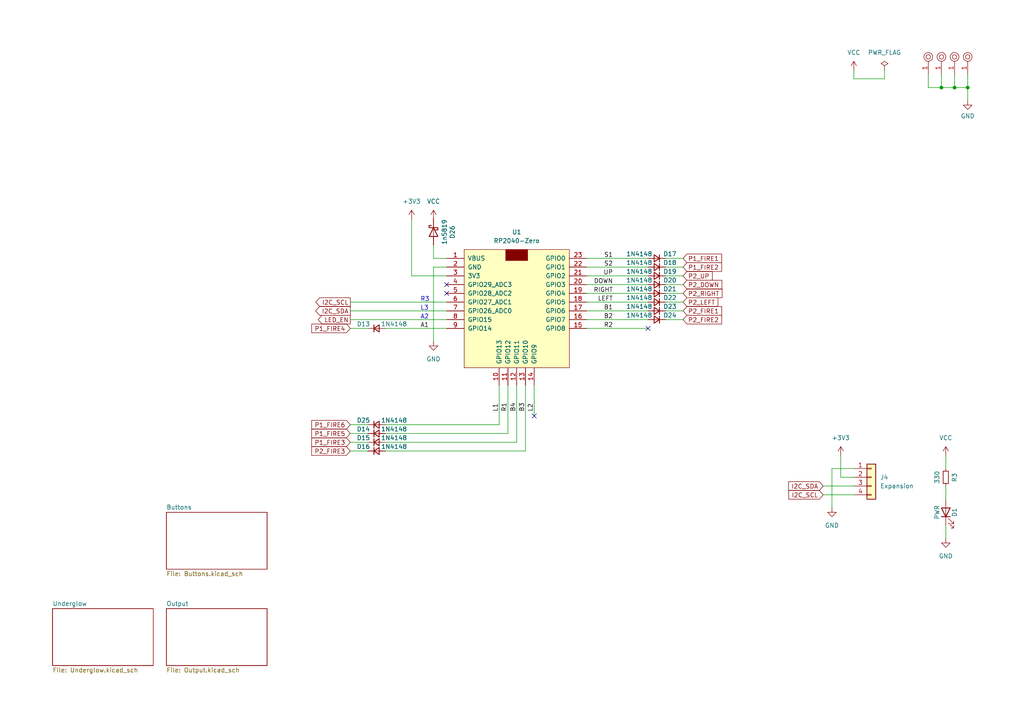
<source format=kicad_sch>
(kicad_sch (version 20231120) (generator "eeschema") (generator_version "8.0")
  (paper "A4")
  (title_block (title "C64 JoyKEY 2040") (rev "A") (comment 3 "that was still being actively hyped. The 2040 version is based on the GP2040-firmware.") (comment 4 "The original PC layout as a controller, for those of us who remember Quake as something"))
  (lib_symbols
    (symbol "Connector_Generic:Conn_01x04" (pin_names (offset 1.016) hide)
      (property "Reference" "J" (at 0 5.08 0))
      (property "Value" "Conn_01x04" (at 0 -7.62 0))
      (symbol "Conn_01x04_1_1"
        (rectangle (start -1.27 -4.953) (end 0 -5.207) (stroke (width 0.1524)))
        (rectangle (start -1.27 -2.413) (end 0 -2.667) (stroke (width 0.1524)))
        (rectangle (start -1.27 0.127) (end 0 -0.127) (stroke (width 0.1524)))
        (rectangle (start -1.27 2.667) (end 0 2.413) (stroke (width 0.1524)))
        (rectangle (start -1.27 3.81) (end 1.27 -6.35) (stroke (width 0.254)) (fill (type background)))
        (pin passive line (at -5.08 2.54 0) (length 3.81) (name "Pin_1") (number "1"))
        (pin passive line (at -5.08 0 0) (length 3.81) (name "Pin_2") (number "2"))
        (pin passive line (at -5.08 -2.54 0) (length 3.81) (name "Pin_3") (number "3"))
        (pin passive line (at -5.08 -5.08 0) (length 3.81) (name "Pin_4") (number "4"))
      )
    )
    (symbol "Device:D_Small" (pin_numbers hide) (pin_names (offset 0.254) hide)
      (property "Reference" "D" (at -1.27 2.032 0))
      (property "Value" "D_Small" (at -3.81 -2.032 0))
      (symbol "D_Small_0_1"
        (polyline (pts (xy -0.762 -1.016) (xy -0.762 1.016)) (stroke (width 0.254)))
        (polyline (pts (xy -0.762 0) (xy 0.762 0)))
        (polyline (pts (xy 0.762 -1.016) (xy -0.762 0) (xy 0.762 1.016) (xy 0.762 -1.016)) (stroke (width 0.254)))
      )
      (symbol "D_Small_1_1"
        (pin passive line (at -2.54 0 0) (length 1.778) (name "K") (number "1"))
        (pin passive line (at 2.54 0 180) (length 1.778) (name "A") (number "2"))
      )
    )
    (symbol "Device:LED" (pin_numbers hide) (pin_names (offset 1.016) hide)
      (property "Reference" "D" (at 0 2.54 0))
      (property "Value" "LED" (at 0 -2.54 0))
      (symbol "LED_0_1"
        (polyline (pts (xy -1.27 -1.27) (xy -1.27 1.27)) (stroke (width 0.254)))
        (polyline (pts (xy -1.27 0) (xy 1.27 0)))
        (polyline (pts (xy 1.27 -1.27) (xy 1.27 1.27) (xy -1.27 0) (xy 1.27 -1.27)) (stroke (width 0.254)))
        (polyline (pts (xy -3.048 -0.762) (xy -4.572 -2.286) (xy -3.81 -2.286) (xy -4.572 -2.286) (xy -4.572 -1.524)))
        (polyline (pts (xy -1.778 -0.762) (xy -3.302 -2.286) (xy -2.54 -2.286) (xy -3.302 -2.286) (xy -3.302 -1.524)))
      )
      (symbol "LED_1_1"
        (pin passive line (at -3.81 0 0) (length 2.54) (name "K") (number "1"))
        (pin passive line (at 3.81 0 180) (length 2.54) (name "A") (number "2"))
      )
    )
    (symbol "Device:R_Small" (pin_numbers hide) (pin_names (offset 0.254) hide)
      (property "Reference" "R" (at 0.762 0.508 0))
      (property "Value" "R_Small" (at 0.762 -1.016 0))
      (symbol "R_Small_0_1"
        (rectangle (start -0.762 1.778) (end 0.762 -1.778) (stroke (width 0.2032)))
      )
      (symbol "R_Small_1_1"
        (pin passive line (at 0 2.54 270) (length 0.762) (name "~") (number "1"))
        (pin passive line (at 0 -2.54 90) (length 0.762) (name "~") (number "2"))
      )
    )
    (symbol "Diode:1N5819" (pin_numbers hide) (pin_names (offset 1.016) hide)
      (property "Reference" "D" (at 0 2.54 0))
      (property "Value" "1N5819" (at 0 -2.54 0))
      (symbol "1N5819_0_1"
        (polyline (pts (xy 1.27 0) (xy -1.27 0)))
        (polyline (pts (xy 1.27 1.27) (xy 1.27 -1.27) (xy -1.27 0) (xy 1.27 1.27)) (stroke (width 0.254)))
        (polyline (pts (xy -1.905 0.635) (xy -1.905 1.27) (xy -1.27 1.27) (xy -1.27 -1.27) (xy -0.635 -1.27) (xy -0.635 -0.635)) (stroke (width 0.254)))
      )
      (symbol "1N5819_1_1"
        (pin passive line (at -3.81 0 0) (length 2.54) (name "K") (number "1"))
        (pin passive line (at 3.81 0 180) (length 2.54) (name "A") (number "2"))
      )
    )
    (symbol "mounting:Mounting_Pin" (pin_names (offset 1.016) hide)
      (symbol "Mounting_Pin_0_1"
        (circle (center 0 0) (radius 0.635))
        (circle (center 0 0) (radius 1.27))
      )
      (symbol "Mounting_Pin_1_1"
        (pin power_in line (at -5.08 0 0) (length 3.81) (name "Pin_1") (number "1"))
      )
    )
    (symbol "pi_pico:RP2040-Zero" (pin_names (offset 1.016))
      (property "Reference" "U" (at -13.97 27.94 0))
      (property "Value" "RP2040-Zero" (at 0 21.336 0))
      (symbol "RP2040-Zero_0_1"
        (rectangle (start -15.24 26.67) (end 15.24 -7.62) (fill (type background)))
      )
      (symbol "RP2040-Zero_1_1"
        (rectangle (start -3.175 26.67) (end 3.175 23.495) (fill (type outline)))
        (pin power_out line (at -20.32 24.13 0) (length 5.08) (name "VBUS") (number "1"))
        (pin bidirectional line (at -5.08 -12.7 90) (length 5.08) (name "GPIO13") (number "10"))
        (pin bidirectional line (at -2.54 -12.7 90) (length 5.08) (name "GPIO12") (number "11"))
        (pin bidirectional line (at 0 -12.7 90) (length 5.08) (name "GPIO11") (number "12"))
        (pin bidirectional line (at 2.54 -12.7 90) (length 5.08) (name "GPIO10") (number "13"))
        (pin bidirectional line (at 5.08 -12.7 90) (length 5.08) (name "GPIO9") (number "14"))
        (pin bidirectional line (at 20.32 3.81 180) (length 5.08) (name "GPIO8") (number "15"))
        (pin bidirectional line (at 20.32 6.35 180) (length 5.08) (name "GPIO7") (number "16"))
        (pin bidirectional line (at 20.32 8.89 180) (length 5.08) (name "GPIO6") (number "17"))
        (pin bidirectional line (at 20.32 11.43 180) (length 5.08) (name "GPIO5") (number "18"))
        (pin bidirectional line (at 20.32 13.97 180) (length 5.08) (name "GPIO4") (number "19"))
        (pin power_in line (at -20.32 21.59 0) (length 5.08) (name "GND") (number "2"))
        (pin bidirectional line (at 20.32 16.51 180) (length 5.08) (name "GPIO3") (number "20"))
        (pin bidirectional line (at 20.32 19.05 180) (length 5.08) (name "GPIO2") (number "21"))
        (pin bidirectional line (at 20.32 21.59 180) (length 5.08) (name "GPIO1") (number "22"))
        (pin bidirectional line (at 20.32 24.13 180) (length 5.08) (name "GPIO0") (number "23"))
        (pin power_out line (at -20.32 19.05 0) (length 5.08) (name "3V3") (number "3"))
        (pin bidirectional line (at -20.32 16.51 0) (length 5.08) (name "GPIO29_ADC3") (number "4"))
        (pin bidirectional line (at -20.32 13.97 0) (length 5.08) (name "GPIO28_ADC2") (number "5"))
        (pin bidirectional line (at -20.32 11.43 0) (length 5.08) (name "GPIO27_ADC1") (number "6"))
        (pin bidirectional line (at -20.32 8.89 0) (length 5.08) (name "GPIO26_ADC0") (number "7"))
        (pin bidirectional line (at -20.32 6.35 0) (length 5.08) (name "GPIO15") (number "8"))
        (pin bidirectional line (at -20.32 3.81 0) (length 5.08) (name "GPIO14") (number "9"))
      )
    )
    (symbol "power:+3V3" (power) (pin_numbers hide) (pin_names (offset 0) hide)
      (property "Value" "+3V3" (at 0 3.556 0))
      (symbol "+3V3_0_1"
        (polyline (pts (xy -0.762 1.27) (xy 0 2.54)))
        (polyline (pts (xy 0 0) (xy 0 2.54)))
        (polyline (pts (xy 0 2.54) (xy 0.762 1.27)))
      )
      (symbol "+3V3_1_1"
        (pin power_in line (at 0 0 90) (length 0) (name "~") (number "1"))
      )
    )
    (symbol "power:GND" (power) (pin_numbers hide) (pin_names (offset 0) hide)
      (property "Value" "GND" (at 0 -3.81 0))
      (symbol "GND_0_1"
        (polyline (pts (xy 0 0) (xy 0 -1.27) (xy 1.27 -1.27) (xy 0 -2.54) (xy -1.27 -1.27) (xy 0 -1.27)))
      )
      (symbol "GND_1_1"
        (pin power_in line (at 0 0 270) (length 0) (name "~") (number "1"))
      )
    )
    (symbol "power:PWR_FLAG" (power) (pin_numbers hide) (pin_names (offset 0) hide)
      (property "Value" "PWR_FLAG" (at 0 3.81 0))
      (symbol "PWR_FLAG_0_0"
        (pin power_out line (at 0 0 90) (length 0) (name "~") (number "1"))
      )
      (symbol "PWR_FLAG_0_1"
        (polyline (pts (xy 0 0) (xy 0 1.27) (xy -1.016 1.905) (xy 0 2.54) (xy 1.016 1.905) (xy 0 1.27)))
      )
    )
    (symbol "power:VCC" (power) (pin_numbers hide) (pin_names (offset 0) hide)
      (property "Value" "VCC" (at 0 3.556 0))
      (symbol "VCC_0_1"
        (polyline (pts (xy -0.762 1.27) (xy 0 2.54)))
        (polyline (pts (xy 0 0) (xy 0 2.54)))
        (polyline (pts (xy 0 2.54) (xy 0.762 1.27)))
      )
      (symbol "VCC_1_1"
        (pin power_in line (at 0 0 90) (length 0) (name "~") (number "1"))
      )
    )
  )
  (junction (at 280.67 25.4))
  (junction (at 276.86 25.4))
  (junction (at 273.05 25.4))
  (no_connect (at 187.96 95.25))
  (no_connect (at 154.94 120.65))
  (no_connect (at 129.54 82.55))
  (no_connect (at 129.54 85.09))
  (wire (pts (xy 170.18 74.93) (xy 187.96 74.93)))
  (wire (pts (xy 274.32 152.4) (xy 274.32 156.21)))
  (wire (pts (xy 193.04 82.55) (xy 198.12 82.55)))
  (wire (pts (xy 152.4 111.76) (xy 152.4 130.81)))
  (wire (pts (xy 276.86 25.4) (xy 280.67 25.4)))
  (wire (pts (xy 243.84 132.08) (xy 243.84 138.43)))
  (wire (pts (xy 247.65 20.32) (xy 247.65 22.86)))
  (wire (pts (xy 111.76 128.27) (xy 149.86 128.27)))
  (wire (pts (xy 193.04 85.09) (xy 198.12 85.09)))
  (wire (pts (xy 187.96 92.71) (xy 170.18 92.71)))
  (wire (pts (xy 101.6 92.71) (xy 129.54 92.71)))
  (wire (pts (xy 256.54 22.86) (xy 256.54 20.32)))
  (wire (pts (xy 238.76 143.51) (xy 247.65 143.51)))
  (wire (pts (xy 247.65 22.86) (xy 256.54 22.86)))
  (wire (pts (xy 170.18 85.09) (xy 187.96 85.09)))
  (wire (pts (xy 193.04 74.93) (xy 198.12 74.93)))
  (wire (pts (xy 101.6 123.19) (xy 106.68 123.19)))
  (wire (pts (xy 111.76 123.19) (xy 144.78 123.19)))
  (wire (pts (xy 280.67 25.4) (xy 280.67 29.21)))
  (wire (pts (xy 273.05 21.59) (xy 273.05 25.4)))
  (wire (pts (xy 274.32 140.97) (xy 274.32 144.78)))
  (wire (pts (xy 125.73 77.47) (xy 125.73 99.06)))
  (wire (pts (xy 101.6 130.81) (xy 106.68 130.81)))
  (wire (pts (xy 198.12 90.17) (xy 193.04 90.17)))
  (wire (pts (xy 170.18 87.63) (xy 187.96 87.63)))
  (wire (pts (xy 241.3 135.89) (xy 247.65 135.89)))
  (wire (pts (xy 193.04 77.47) (xy 198.12 77.47)))
  (wire (pts (xy 101.6 90.17) (xy 129.54 90.17)))
  (wire (pts (xy 129.54 74.93) (xy 125.73 74.93)))
  (wire (pts (xy 193.04 87.63) (xy 198.12 87.63)))
  (wire (pts (xy 170.18 82.55) (xy 187.96 82.55)))
  (wire (pts (xy 269.24 25.4) (xy 273.05 25.4)))
  (wire (pts (xy 243.84 138.43) (xy 247.65 138.43)))
  (wire (pts (xy 198.12 92.71) (xy 193.04 92.71)))
  (wire (pts (xy 147.32 125.73) (xy 111.76 125.73)))
  (wire (pts (xy 241.3 135.89) (xy 241.3 147.32)))
  (wire (pts (xy 170.18 80.01) (xy 187.96 80.01)))
  (wire (pts (xy 111.76 130.81) (xy 152.4 130.81)))
  (wire (pts (xy 276.86 21.59) (xy 276.86 25.4)))
  (wire (pts (xy 269.24 21.59) (xy 269.24 25.4)))
  (wire (pts (xy 149.86 111.76) (xy 149.86 128.27)))
  (wire (pts (xy 144.78 111.76) (xy 144.78 123.19)))
  (wire (pts (xy 106.68 125.73) (xy 101.6 125.73)))
  (wire (pts (xy 280.67 25.4) (xy 280.67 21.59)))
  (wire (pts (xy 125.73 71.12) (xy 125.73 74.93)))
  (wire (pts (xy 193.04 80.01) (xy 198.12 80.01)))
  (wire (pts (xy 101.6 95.25) (xy 106.68 95.25)))
  (wire (pts (xy 274.32 132.08) (xy 274.32 135.89)))
  (wire (pts (xy 111.76 95.25) (xy 129.54 95.25)))
  (wire (pts (xy 119.38 63.5) (xy 119.38 80.01)))
  (wire (pts (xy 106.68 128.27) (xy 101.6 128.27)))
  (wire (pts (xy 119.38 80.01) (xy 129.54 80.01)))
  (wire (pts (xy 129.54 77.47) (xy 125.73 77.47)))
  (wire (pts (xy 273.05 25.4) (xy 276.86 25.4)))
  (wire (pts (xy 147.32 111.76) (xy 147.32 125.73)))
  (wire (pts (xy 187.96 90.17) (xy 170.18 90.17)))
  (wire (pts (xy 187.96 95.25) (xy 170.18 95.25)))
  (wire (pts (xy 154.94 120.65) (xy 154.94 111.76)))
  (wire (pts (xy 101.6 87.63) (xy 129.54 87.63)))
  (wire (pts (xy 170.18 77.47) (xy 187.96 77.47)))
  (wire (pts (xy 238.76 140.97) (xy 247.65 140.97)))
  (text "A2" (at 121.92 92.71 0) (effects (font (size 1.27 1.27)) (justify left bottom)))
  (text "L3" (at 121.92 90.17 0) (effects (font (size 1.27 1.27)) (justify left bottom)))
  (text "R3" (at 121.92 87.63 0) (effects (font (size 1.27 1.27)) (justify left bottom)))
  (label "R1" (at 147.32 119.38 90))
  (label "B1" (at 177.8 90.17 180))
  (label "LEFT" (at 177.8 87.63 180))
  (label "R2" (at 177.8 95.25 180))
  (label "B2" (at 177.8 92.71 180))
  (label "DOWN" (at 177.8 82.55 180))
  (label "S2" (at 177.8 77.47 180))
  (label "UP" (at 177.8 80.01 180))
  (label "L2" (at 154.94 119.38 90))
  (label "S1" (at 177.8 74.93 180))
  (label "A1" (at 121.92 95.25 0))
  (label "B3" (at 152.4 119.38 90))
  (label "B4" (at 149.86 119.38 90))
  (label "L1" (at 144.78 119.38 90))
  (label "RIGHT" (at 177.8 85.09 180))
  (global_label "I2C_SCL" (shape output) (at 101.6 87.63 180) (property "Intersheetrefs" "${INTERSHEET_REFS}" (effects (hide yes))))
  (global_label "I2C_SDA" (shape input) (at 238.76 140.97 180) (property "Intersheetrefs" "${INTERSHEET_REFS}" (effects (hide yes))))
  (global_label "P1_FIRE4" (shape input) (at 101.6 95.25 180) (property "Intersheetrefs" "${INTERSHEET_REFS}" (effects (hide yes))))
  (global_label "P2_LEFT" (shape input) (at 198.12 87.63 0) (property "Intersheetrefs" "${INTERSHEET_REFS}" (effects (hide yes))))
  (global_label "P1_FIRE2" (shape input) (at 198.12 77.47 0) (property "Intersheetrefs" "${INTERSHEET_REFS}" (effects (hide yes))))
  (global_label "P2_UP" (shape input) (at 198.12 80.01 0) (property "Intersheetrefs" "${INTERSHEET_REFS}" (effects (hide yes))))
  (global_label "P2_FIRE1" (shape input) (at 198.12 90.17 0) (property "Intersheetrefs" "${INTERSHEET_REFS}" (effects (hide yes))))
  (global_label "P1_FIRE1" (shape input) (at 198.12 74.93 0) (property "Intersheetrefs" "${INTERSHEET_REFS}" (effects (hide yes))))
  (global_label "P2_DOWN" (shape input) (at 198.12 82.55 0) (property "Intersheetrefs" "${INTERSHEET_REFS}" (effects (hide yes))))
  (global_label "I2C_SDA" (shape output) (at 101.6 90.17 180) (property "Intersheetrefs" "${INTERSHEET_REFS}" (effects (hide yes))))
  (global_label "P2_RIGHT" (shape input) (at 198.12 85.09 0) (property "Intersheetrefs" "${INTERSHEET_REFS}" (effects (hide yes))))
  (global_label "P1_FIRE5" (shape input) (at 101.6 125.73 180) (property "Intersheetrefs" "${INTERSHEET_REFS}" (effects (hide yes))))
  (global_label "I2C_SCL" (shape input) (at 238.76 143.51 180) (property "Intersheetrefs" "${INTERSHEET_REFS}" (effects (hide yes))))
  (global_label "P1_FIRE3" (shape input) (at 101.6 128.27 180) (property "Intersheetrefs" "${INTERSHEET_REFS}" (effects (hide yes))))
  (global_label "P1_FIRE6" (shape input) (at 101.6 123.19 180) (property "Intersheetrefs" "${INTERSHEET_REFS}" (effects (hide yes))))
  (global_label "P2_FIRE2" (shape input) (at 198.12 92.71 0) (property "Intersheetrefs" "${INTERSHEET_REFS}" (effects (hide yes))))
  (global_label "P2_FIRE3" (shape input) (at 101.6 130.81 180) (property "Intersheetrefs" "${INTERSHEET_REFS}" (effects (hide yes))))
  (global_label "LED_EN" (shape output) (at 101.6 92.71 180) (property "Intersheetrefs" "${INTERSHEET_REFS}" (effects (hide yes))))
  (symbol (lib_id "mounting:Mounting_Pin") (at 269.24 16.51 90) (unit 1)
    (property "Reference" "M1" (effects (hide yes)))
    (property "Value" "Mounting" (effects (hide yes)))
    (property "Footprint" "mounting:M3_pin" (effects (hide yes)))
    (property "Description" "Generic connector, single row, 01x01" (effects (hide yes)))
  )
  (symbol (lib_id "mounting:Mounting_Pin") (at 273.05 16.51 90) (unit 1)
    (property "Reference" "M2" (effects (hide yes)))
    (property "Value" "Mounting" (effects (hide yes)))
    (property "Footprint" "mounting:M3_pin" (effects (hide yes)))
    (property "Description" "Generic connector, single row, 01x01" (effects (hide yes)))
  )
  (symbol (lib_id "mounting:Mounting_Pin") (at 276.86 16.51 90) (unit 1)
    (property "Reference" "M3" (effects (hide yes)))
    (property "Value" "Mounting" (effects (hide yes)))
    (property "Footprint" "mounting:M3_pin" (effects (hide yes)))
    (property "Description" "Generic connector, single row, 01x01" (effects (hide yes)))
  )
  (symbol (lib_id "mounting:Mounting_Pin") (at 280.67 16.51 90) (unit 1)
    (property "Reference" "M4" (effects (hide yes)))
    (property "Value" "Mounting" (effects (hide yes)))
    (property "Footprint" "mounting:M3_pin" (effects (hide yes)))
    (property "Description" "Generic connector, single row, 01x01" (effects (hide yes)))
  )
  (symbol (lib_id "Device:LED") (at 274.32 148.59 90) (unit 1)
    (property "Reference" "D1" (at 276.86 148.59 0))
    (property "Value" "PWR" (at 271.78 148.59 0))
    (property "Footprint" "LED_THT:LED_D5.0mm" (effects (hide yes)))
  )
  (symbol (lib_id "Device:R_Small") (at 274.32 138.43 180) (unit 1)
    (property "Reference" "R3" (at 276.86 137.16 90) (effects (justify left)))
    (property "Value" "330" (at 271.78 136.525 90) (effects (justify left)))
    (property "Footprint" "Resistor_THT:R_Axial_DIN0207_L6.3mm_D2.5mm_P10.16mm_Horizontal" (effects (hide yes)))
  )
  (symbol (lib_id "Device:D_Small") (at 190.5 74.93 0) (mirror y) (unit 1)
    (property "Reference" "D17" (at 194.31 73.66 0))
    (property "Value" "1N4148" (at 185.42 73.66 0))
    (property "Footprint" "Diode_THT:D_DO-35_SOD27_P7.62mm_Horizontal" (effects (hide yes)))
    (property "Description" "Diode, small symbol" (effects (hide yes)))
    (property "Sim.Device" "D" (effects (hide yes)))
    (property "Sim.Pins" "1=K 2=A" (effects (hide yes)))
  )
  (symbol (lib_id "Device:D_Small") (at 109.22 95.25 0) (unit 1)
    (property "Reference" "D13" (at 105.41 93.98 0))
    (property "Value" "1N4148" (at 114.3 93.98 0))
    (property "Footprint" "Diode_THT:D_DO-35_SOD27_P7.62mm_Horizontal" (effects (hide yes)))
    (property "Description" "Diode, small symbol" (effects (hide yes)))
    (property "Sim.Device" "D" (effects (hide yes)))
    (property "Sim.Pins" "1=K 2=A" (effects (hide yes)))
  )
  (symbol (lib_id "Device:D_Small") (at 190.5 80.01 0) (mirror y) (unit 1)
    (property "Reference" "D19" (at 194.31 78.74 0))
    (property "Value" "1N4148" (at 185.42 78.74 0))
    (property "Footprint" "Diode_THT:D_DO-35_SOD27_P7.62mm_Horizontal" (effects (hide yes)))
    (property "Description" "Diode, small symbol" (effects (hide yes)))
    (property "Sim.Device" "D" (effects (hide yes)))
    (property "Sim.Pins" "1=K 2=A" (effects (hide yes)))
  )
  (symbol (lib_id "Device:D_Small") (at 190.5 82.55 0) (mirror y) (unit 1)
    (property "Reference" "D20" (at 194.31 81.28 0))
    (property "Value" "1N4148" (at 185.42 81.28 0))
    (property "Footprint" "Diode_THT:D_DO-35_SOD27_P7.62mm_Horizontal" (effects (hide yes)))
    (property "Description" "Diode, small symbol" (effects (hide yes)))
    (property "Sim.Device" "D" (effects (hide yes)))
    (property "Sim.Pins" "1=K 2=A" (effects (hide yes)))
  )
  (symbol (lib_id "Diode:1N5819") (at 125.73 67.31 90) (mirror x) (unit 1)
    (property "Reference" "D26" (at 131.2164 67.31 0))
    (property "Value" "1n5819" (at 128.905 67.31 0))
    (property "Footprint" "Diode_THT:D_DO-41_SOD81_P10.16mm_Horizontal" (effects (hide yes)))
  )
  (symbol (lib_id "Device:D_Small") (at 109.22 128.27 0) (unit 1)
    (property "Reference" "D15" (at 105.41 127 0))
    (property "Value" "1N4148" (at 114.3 127 0))
    (property "Footprint" "Diode_THT:D_DO-35_SOD27_P7.62mm_Horizontal" (effects (hide yes)))
    (property "Description" "Diode, small symbol" (effects (hide yes)))
    (property "Sim.Device" "D" (effects (hide yes)))
    (property "Sim.Pins" "1=K 2=A" (effects (hide yes)))
  )
  (symbol (lib_id "power:GND") (at 125.73 99.06 0) (unit 1)
    (property "Reference" "#PWR020" (effects (hide yes)))
    (property "Value" "GND" (at 125.73 104.14 0))
    (property "Description" "Power symbol creates a global label with name \"GND\" , ground" (effects (hide yes)))
  )
  (symbol (lib_id "Device:D_Small") (at 190.5 85.09 0) (mirror y) (unit 1)
    (property "Reference" "D21" (at 194.31 83.82 0))
    (property "Value" "1N4148" (at 185.42 83.82 0))
    (property "Footprint" "Diode_THT:D_DO-35_SOD27_P7.62mm_Horizontal" (effects (hide yes)))
    (property "Description" "Diode, small symbol" (effects (hide yes)))
    (property "Sim.Device" "D" (effects (hide yes)))
    (property "Sim.Pins" "1=K 2=A" (effects (hide yes)))
  )
  (symbol (lib_id "power:GND") (at 274.32 156.21 0) (unit 1)
    (property "Reference" "#PWR016" (effects (hide yes)))
    (property "Value" "GND" (at 274.32 161.29 0))
    (property "Description" "Power symbol creates a global label with name \"GND\" , ground" (effects (hide yes)))
  )
  (symbol (lib_id "power:+3V3") (at 243.84 132.08 0) (unit 1)
    (property "Reference" "#PWR021" (effects (hide yes)))
    (property "Value" "+3V3" (at 243.84 127 0))
    (property "Description" "Power symbol creates a global label with name \"+3V3\"" (effects (hide yes)))
  )
  (symbol (lib_id "Device:D_Small") (at 109.22 130.81 0) (unit 1)
    (property "Reference" "D16" (at 105.41 129.54 0))
    (property "Value" "1N4148" (at 114.3 129.54 0))
    (property "Footprint" "Diode_THT:D_DO-35_SOD27_P7.62mm_Horizontal" (effects (hide yes)))
    (property "Description" "Diode, small symbol" (effects (hide yes)))
    (property "Sim.Device" "D" (effects (hide yes)))
    (property "Sim.Pins" "1=K 2=A" (effects (hide yes)))
  )
  (symbol (lib_id "Device:D_Small") (at 190.5 77.47 0) (mirror y) (unit 1)
    (property "Reference" "D18" (at 194.31 76.2 0))
    (property "Value" "1N4148" (at 185.42 76.2 0))
    (property "Footprint" "Diode_THT:D_DO-35_SOD27_P7.62mm_Horizontal" (effects (hide yes)))
    (property "Description" "Diode, small symbol" (effects (hide yes)))
    (property "Sim.Device" "D" (effects (hide yes)))
    (property "Sim.Pins" "1=K 2=A" (effects (hide yes)))
  )
  (symbol (lib_id "Device:D_Small") (at 190.5 92.71 0) (mirror y) (unit 1)
    (property "Reference" "D24" (at 194.31 91.44 0))
    (property "Value" "1N4148" (at 185.42 91.44 0))
    (property "Footprint" "Diode_THT:D_DO-35_SOD27_P7.62mm_Horizontal" (effects (hide yes)))
    (property "Description" "Diode, small symbol" (effects (hide yes)))
    (property "Sim.Device" "D" (effects (hide yes)))
    (property "Sim.Pins" "1=K 2=A" (effects (hide yes)))
  )
  (symbol (lib_id "Device:D_Small") (at 109.22 125.73 0) (unit 1)
    (property "Reference" "D14" (at 105.41 124.46 0))
    (property "Value" "1N4148" (at 114.3 124.46 0))
    (property "Footprint" "Diode_THT:D_DO-35_SOD27_P7.62mm_Horizontal" (effects (hide yes)))
    (property "Description" "Diode, small symbol" (effects (hide yes)))
    (property "Sim.Device" "D" (effects (hide yes)))
    (property "Sim.Pins" "1=K 2=A" (effects (hide yes)))
  )
  (symbol (lib_id "Device:D_Small") (at 190.5 90.17 0) (mirror y) (unit 1)
    (property "Reference" "D23" (at 194.31 88.9 0))
    (property "Value" "1N4148" (at 185.42 88.9 0))
    (property "Footprint" "Diode_THT:D_DO-35_SOD27_P7.62mm_Horizontal" (effects (hide yes)))
    (property "Description" "Diode, small symbol" (effects (hide yes)))
    (property "Sim.Device" "D" (effects (hide yes)))
    (property "Sim.Pins" "1=K 2=A" (effects (hide yes)))
  )
  (symbol (lib_id "power:VCC") (at 125.73 63.5 0) (unit 1)
    (property "Reference" "#PWR018" (effects (hide yes)))
    (property "Value" "VCC" (at 125.73 58.42 0))
    (property "Description" "Power symbol creates a global label with name \"VCC\"" (effects (hide yes)))
  )
  (symbol (lib_id "power:GND") (at 241.3 147.32 0) (unit 1)
    (property "Reference" "#PWR022" (effects (hide yes)))
    (property "Value" "GND" (at 241.3 152.4 0))
    (property "Description" "Power symbol creates a global label with name \"GND\" , ground" (effects (hide yes)))
  )
  (symbol (lib_id "pi_pico:RP2040-Zero") (at 149.86 99.06 0) (unit 1)
    (property "Reference" "U1" (at 149.86 67.31 0))
    (property "Value" "RP2040-Zero" (at 149.86 69.85 0))
    (property "Footprint" "pi_pico:RP2040-Zero-THT" (effects (hide yes)))
  )
  (symbol (lib_id "power:PWR_FLAG") (at 256.54 20.32 0) (unit 1)
    (property "Reference" "#FLG01" (effects (hide yes)))
    (property "Value" "PWR_FLAG" (at 256.54 15.24 0))
    (property "Description" "Special symbol for telling ERC where power comes from" (effects (hide yes)))
  )
  (symbol (lib_id "power:VCC") (at 247.65 20.32 0) (unit 1)
    (property "Reference" "#PWR014" (effects (hide yes)))
    (property "Value" "VCC" (at 247.65 15.24 0))
    (property "Description" "Power symbol creates a global label with name \"VCC\"" (effects (hide yes)))
  )
  (symbol (lib_id "power:VCC") (at 274.32 132.08 0) (unit 1)
    (property "Reference" "#PWR015" (effects (hide yes)))
    (property "Value" "VCC" (at 274.32 127 0))
    (property "Description" "Power symbol creates a global label with name \"VCC\"" (effects (hide yes)))
  )
  (symbol (lib_id "Device:D_Small") (at 190.5 87.63 0) (mirror y) (unit 1)
    (property "Reference" "D22" (at 194.31 86.36 0))
    (property "Value" "1N4148" (at 185.42 86.36 0))
    (property "Footprint" "Diode_THT:D_DO-35_SOD27_P7.62mm_Horizontal" (effects (hide yes)))
    (property "Description" "Diode, small symbol" (effects (hide yes)))
    (property "Sim.Device" "D" (effects (hide yes)))
    (property "Sim.Pins" "1=K 2=A" (effects (hide yes)))
  )
  (symbol (lib_id "Connector_Generic:Conn_01x04") (at 252.73 138.43 0) (unit 1)
    (property "Reference" "J4" (at 255.27 138.4299 0) (effects (justify left)))
    (property "Value" "Expansion" (at 255.27 140.9699 0) (effects (justify left)))
    (property "Footprint" "Connector_PinHeader_2.54mm:PinHeader_1x04_P2.54mm_Vertical" (effects (hide yes)))
    (property "Description" "Generic connector, single row, 01x04, script generated (kicad-library-utils/schlib/autogen/connector/)" (effects (hide yes)))
  )
  (symbol (lib_id "power:+3V3") (at 119.38 63.5 0) (unit 1)
    (property "Reference" "#PWR019" (effects (hide yes)))
    (property "Value" "+3V3" (at 119.38 58.42 0))
    (property "Description" "Power symbol creates a global label with name \"+3V3\"" (effects (hide yes)))
  )
  (symbol (lib_id "Device:D_Small") (at 109.22 123.19 0) (unit 1)
    (property "Reference" "D25" (at 105.41 121.92 0))
    (property "Value" "1N4148" (at 114.3 121.92 0))
    (property "Footprint" "Diode_THT:D_DO-35_SOD27_P7.62mm_Horizontal" (effects (hide yes)))
    (property "Description" "Diode, small symbol" (effects (hide yes)))
    (property "Sim.Device" "D" (effects (hide yes)))
    (property "Sim.Pins" "1=K 2=A" (effects (hide yes)))
  )
  (symbol (lib_id "power:GND") (at 280.67 29.21 0) (unit 1)
    (property "Reference" "#PWR010" (effects (hide yes)))
    (property "Value" "GND" (at 280.67 33.655 0))
    (property "Description" "Power symbol creates a global label with name \"GND\" , ground" (effects (hide yes)))
  )
  (sheet (at 48.26 148.59) (size 29.21 16.51) (stroke (width 0.1524))
    (property "Sheetname" "Buttons" (at 48.26 147.8784 0) (effects (justify left bottom)))
    (property "Sheetfile" "Buttons.kicad_sch" (at 48.26 165.6846 0) (effects (justify left top)))
  )
  (sheet (at 48.26 176.53) (size 29.21 16.51) (stroke (width 0.1524))
    (property "Sheetname" "Output" (at 48.26 175.8184 0) (effects (justify left bottom)))
    (property "Sheetfile" "Output.kicad_sch" (at 48.26 193.6246 0) (effects (justify left top)))
  )
  (sheet (at 15.24 176.53) (size 29.21 16.51) (stroke (width 0.1524))
    (property "Sheetname" "Underglow" (at 15.24 175.8184 0) (effects (justify left bottom)))
    (property "Sheetfile" "Underglow.kicad_sch" (at 15.24 193.6246 0) (effects (justify left top)))
  )
)
</source>
